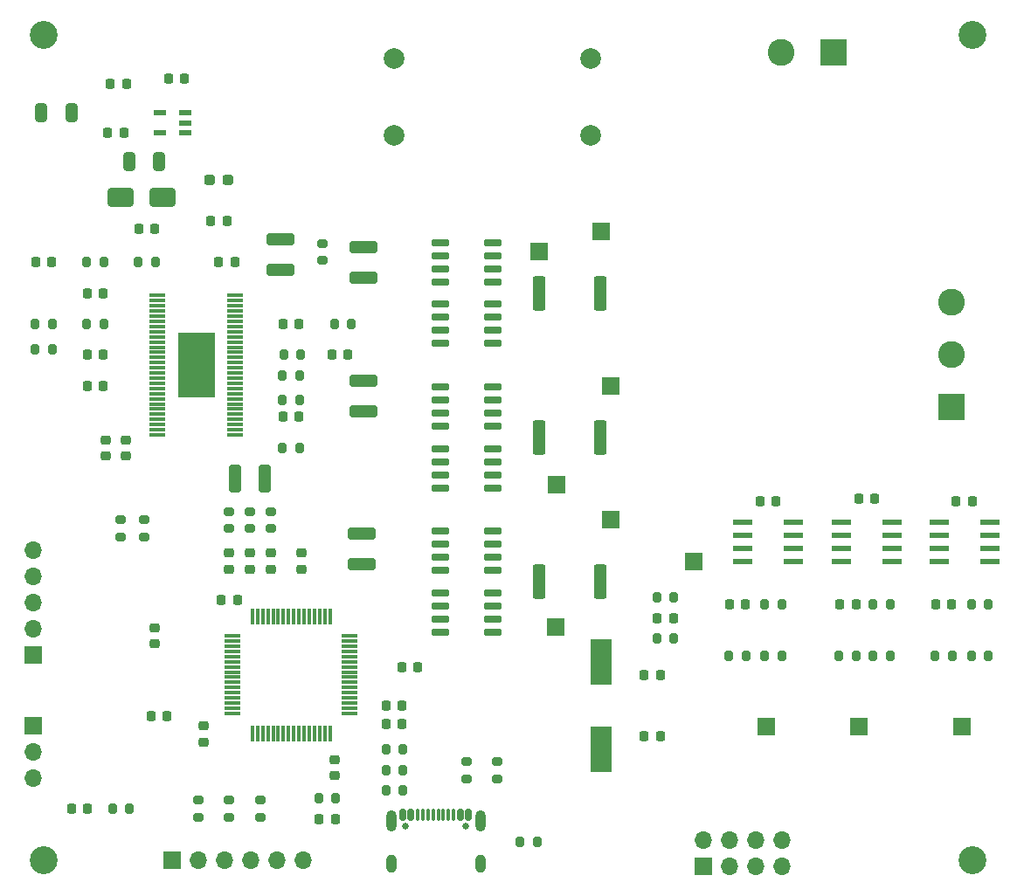
<source format=gbr>
%TF.GenerationSoftware,KiCad,Pcbnew,8.0.2*%
%TF.CreationDate,2024-10-24T11:45:51-03:00*%
%TF.ProjectId,ESCX,45534358-2e6b-4696-9361-645f70636258,rev?*%
%TF.SameCoordinates,Original*%
%TF.FileFunction,Soldermask,Top*%
%TF.FilePolarity,Negative*%
%FSLAX46Y46*%
G04 Gerber Fmt 4.6, Leading zero omitted, Abs format (unit mm)*
G04 Created by KiCad (PCBNEW 8.0.2) date 2024-10-24 11:45:51*
%MOMM*%
%LPD*%
G01*
G04 APERTURE LIST*
G04 Aperture macros list*
%AMRoundRect*
0 Rectangle with rounded corners*
0 $1 Rounding radius*
0 $2 $3 $4 $5 $6 $7 $8 $9 X,Y pos of 4 corners*
0 Add a 4 corners polygon primitive as box body*
4,1,4,$2,$3,$4,$5,$6,$7,$8,$9,$2,$3,0*
0 Add four circle primitives for the rounded corners*
1,1,$1+$1,$2,$3*
1,1,$1+$1,$4,$5*
1,1,$1+$1,$6,$7*
1,1,$1+$1,$8,$9*
0 Add four rect primitives between the rounded corners*
20,1,$1+$1,$2,$3,$4,$5,0*
20,1,$1+$1,$4,$5,$6,$7,0*
20,1,$1+$1,$6,$7,$8,$9,0*
20,1,$1+$1,$8,$9,$2,$3,0*%
G04 Aperture macros list end*
%ADD10RoundRect,0.237500X0.287500X0.237500X-0.287500X0.237500X-0.287500X-0.237500X0.287500X-0.237500X0*%
%ADD11R,2.600000X2.600000*%
%ADD12C,2.600000*%
%ADD13C,2.700000*%
%ADD14RoundRect,0.225000X-0.225000X-0.250000X0.225000X-0.250000X0.225000X0.250000X-0.225000X0.250000X0*%
%ADD15RoundRect,0.200000X0.200000X0.275000X-0.200000X0.275000X-0.200000X-0.275000X0.200000X-0.275000X0*%
%ADD16R,1.700000X1.700000*%
%ADD17RoundRect,0.225000X0.225000X0.250000X-0.225000X0.250000X-0.225000X-0.250000X0.225000X-0.250000X0*%
%ADD18RoundRect,0.200000X-0.275000X0.200000X-0.275000X-0.200000X0.275000X-0.200000X0.275000X0.200000X0*%
%ADD19RoundRect,0.218750X-0.256250X0.218750X-0.256250X-0.218750X0.256250X-0.218750X0.256250X0.218750X0*%
%ADD20O,1.700000X1.700000*%
%ADD21RoundRect,0.200000X0.275000X-0.200000X0.275000X0.200000X-0.275000X0.200000X-0.275000X-0.200000X0*%
%ADD22RoundRect,0.250000X-0.362500X-1.425000X0.362500X-1.425000X0.362500X1.425000X-0.362500X1.425000X0*%
%ADD23RoundRect,0.250000X-1.100000X0.325000X-1.100000X-0.325000X1.100000X-0.325000X1.100000X0.325000X0*%
%ADD24C,2.000000*%
%ADD25RoundRect,0.200000X-0.200000X-0.275000X0.200000X-0.275000X0.200000X0.275000X-0.200000X0.275000X0*%
%ADD26R,1.981200X0.558800*%
%ADD27R,1.550000X0.300000*%
%ADD28R,3.610000X6.350000*%
%ADD29RoundRect,0.225000X-0.250000X0.225000X-0.250000X-0.225000X0.250000X-0.225000X0.250000X0.225000X0*%
%ADD30R,1.270000X0.558800*%
%ADD31RoundRect,0.075000X0.700000X0.075000X-0.700000X0.075000X-0.700000X-0.075000X0.700000X-0.075000X0*%
%ADD32RoundRect,0.075000X0.075000X0.700000X-0.075000X0.700000X-0.075000X-0.700000X0.075000X-0.700000X0*%
%ADD33RoundRect,0.250000X0.325000X0.650000X-0.325000X0.650000X-0.325000X-0.650000X0.325000X-0.650000X0*%
%ADD34RoundRect,0.150000X-0.725000X-0.150000X0.725000X-0.150000X0.725000X0.150000X-0.725000X0.150000X0*%
%ADD35C,0.650000*%
%ADD36RoundRect,0.150000X-0.150000X-0.425000X0.150000X-0.425000X0.150000X0.425000X-0.150000X0.425000X0*%
%ADD37RoundRect,0.075000X-0.075000X-0.500000X0.075000X-0.500000X0.075000X0.500000X-0.075000X0.500000X0*%
%ADD38O,1.000000X2.100000*%
%ADD39O,1.000000X1.800000*%
%ADD40R,2.000000X4.500000*%
%ADD41RoundRect,0.250000X1.000000X0.650000X-1.000000X0.650000X-1.000000X-0.650000X1.000000X-0.650000X0*%
%ADD42RoundRect,0.250000X1.100000X-0.325000X1.100000X0.325000X-1.100000X0.325000X-1.100000X-0.325000X0*%
%ADD43RoundRect,0.225000X0.250000X-0.225000X0.250000X0.225000X-0.250000X0.225000X-0.250000X-0.225000X0*%
%ADD44RoundRect,0.150000X0.725000X0.150000X-0.725000X0.150000X-0.725000X-0.150000X0.725000X-0.150000X0*%
%ADD45RoundRect,0.218750X-0.218750X-0.256250X0.218750X-0.256250X0.218750X0.256250X-0.218750X0.256250X0*%
%ADD46RoundRect,0.218750X0.218750X0.256250X-0.218750X0.256250X-0.218750X-0.256250X0.218750X-0.256250X0*%
%ADD47RoundRect,0.250000X0.325000X1.100000X-0.325000X1.100000X-0.325000X-1.100000X0.325000X-1.100000X0*%
G04 APERTURE END LIST*
D10*
%TO.C,L2*%
X121875000Y-63000000D03*
X120125000Y-63000000D03*
%TD*%
D11*
%TO.C,J4*%
X192000000Y-85080000D03*
D12*
X192000000Y-80000000D03*
X192000000Y-74920000D03*
%TD*%
D13*
%TO.C,H1*%
X104000000Y-49000000D03*
%TD*%
D14*
%TO.C,C4*%
X137225000Y-115750000D03*
X138775000Y-115750000D03*
%TD*%
D15*
%TO.C,R11*%
X175550000Y-109168800D03*
X173900000Y-109168800D03*
%TD*%
D14*
%TO.C,C2*%
X121225000Y-103750000D03*
X122775000Y-103750000D03*
%TD*%
D16*
%TO.C,TP5*%
X158000000Y-68000000D03*
%TD*%
D17*
%TO.C,C53*%
X132275000Y-125000000D03*
X130725000Y-125000000D03*
%TD*%
D18*
%TO.C,R3*%
X126000000Y-95175000D03*
X126000000Y-96825000D03*
%TD*%
D11*
%TO.C,J3*%
X180545000Y-50695000D03*
D12*
X175465000Y-50695000D03*
%TD*%
D16*
%TO.C,TP4*%
X159000000Y-83000000D03*
%TD*%
D19*
%TO.C,D1*%
X122000000Y-99212500D03*
X122000000Y-100787500D03*
%TD*%
D16*
%TO.C,J2*%
X167920000Y-129540000D03*
D20*
X167920000Y-127000000D03*
X170460000Y-129540000D03*
X170460000Y-127000000D03*
X173000000Y-129540000D03*
X173000000Y-127000000D03*
X175540000Y-129540000D03*
X175540000Y-127000000D03*
%TD*%
D15*
%TO.C,R7*%
X109825000Y-77000000D03*
X108175000Y-77000000D03*
%TD*%
%TO.C,R8*%
X114825000Y-71000000D03*
X113175000Y-71000000D03*
%TD*%
D21*
%TO.C,R1*%
X122000000Y-96825000D03*
X122000000Y-95175000D03*
%TD*%
D15*
%TO.C,R25*%
X128925000Y-79925000D03*
X127275000Y-79925000D03*
%TD*%
D14*
%TO.C,C27*%
X131975000Y-80000000D03*
X133525000Y-80000000D03*
%TD*%
D16*
%TO.C,TP7*%
X153700000Y-92600000D03*
%TD*%
D22*
%TO.C,R24*%
X152000000Y-88000000D03*
X157925000Y-88000000D03*
%TD*%
D23*
%TO.C,C48*%
X135000000Y-82525000D03*
X135000000Y-85475000D03*
%TD*%
D15*
%TO.C,R5*%
X104825000Y-77000000D03*
X103175000Y-77000000D03*
%TD*%
%TO.C,R20*%
X133825000Y-77000000D03*
X132175000Y-77000000D03*
%TD*%
D24*
%TO.C,C50*%
X138000000Y-51250000D03*
X138000000Y-58750000D03*
%TD*%
D21*
%TO.C,R2*%
X124000000Y-96825000D03*
X124000000Y-95175000D03*
%TD*%
D25*
%TO.C,R28*%
X163425000Y-107500000D03*
X165075000Y-107500000D03*
%TD*%
%TO.C,R14*%
X190400000Y-109168800D03*
X192050000Y-109168800D03*
%TD*%
D17*
%TO.C,C49*%
X175000000Y-94168800D03*
X173450000Y-94168800D03*
%TD*%
D26*
%TO.C,U7*%
X171761200Y-96263800D03*
X171761200Y-97533800D03*
X171761200Y-98803800D03*
X171761200Y-100073800D03*
X176688800Y-100073800D03*
X176688800Y-98803800D03*
X176688800Y-97533800D03*
X176688800Y-96263800D03*
%TD*%
D17*
%TO.C,C25*%
X122525000Y-71000000D03*
X120975000Y-71000000D03*
%TD*%
D27*
%TO.C,U3*%
X115046600Y-74250000D03*
X115046600Y-74750000D03*
X115046600Y-75250000D03*
X115046600Y-75750000D03*
X115046600Y-76250000D03*
X115046600Y-76750000D03*
X115046600Y-77250000D03*
X115046600Y-77750000D03*
X115046600Y-78250000D03*
X115046600Y-78750000D03*
X115046600Y-79250000D03*
X115046600Y-79750000D03*
X115046600Y-80250000D03*
X115046600Y-80750000D03*
X115046600Y-81250000D03*
X115046600Y-81750000D03*
X115046600Y-82250000D03*
X115046600Y-82750000D03*
X115046600Y-83250000D03*
X115046600Y-83750000D03*
X115046600Y-84250000D03*
X115046600Y-84750000D03*
X115046600Y-85250000D03*
X115046600Y-85750000D03*
X115046600Y-86250000D03*
X115046600Y-86750000D03*
X115046600Y-87250000D03*
X115046600Y-87750000D03*
X122546600Y-87750000D03*
X122546600Y-87250000D03*
X122546600Y-86750000D03*
X122546600Y-86250000D03*
X122546600Y-85750000D03*
X122546600Y-85250000D03*
X122546600Y-84750000D03*
X122546600Y-84250000D03*
X122546600Y-83750000D03*
X122546600Y-83250000D03*
X122546600Y-82750000D03*
X122546600Y-82250000D03*
X122546600Y-81750000D03*
X122546600Y-81250000D03*
X122546600Y-80750000D03*
X122546600Y-80250000D03*
X122546600Y-79750000D03*
X122546600Y-79250000D03*
X122546600Y-78750000D03*
X122546600Y-78250000D03*
X122546600Y-77750000D03*
X122546600Y-77250000D03*
X122546600Y-76750000D03*
X122546600Y-76250000D03*
X122546600Y-75750000D03*
X122546600Y-75250000D03*
X122546600Y-74750000D03*
X122546600Y-74250000D03*
D28*
X118796600Y-81000000D03*
%TD*%
D13*
%TO.C,H3*%
X194000000Y-129000000D03*
%TD*%
D29*
%TO.C,C16*%
X110000000Y-88225000D03*
X110000000Y-89775000D03*
%TD*%
D22*
%TO.C,R18*%
X152037500Y-74000000D03*
X157962500Y-74000000D03*
%TD*%
D30*
%TO.C,U2*%
X117719200Y-58452500D03*
X117719200Y-57500000D03*
X117719200Y-56547500D03*
X115280800Y-56547500D03*
X115280800Y-58452500D03*
%TD*%
D26*
%TO.C,U6*%
X181297400Y-96263800D03*
X181297400Y-97533800D03*
X181297400Y-98803800D03*
X181297400Y-100073800D03*
X186225000Y-100073800D03*
X186225000Y-98803800D03*
X186225000Y-97533800D03*
X186225000Y-96263800D03*
%TD*%
D17*
%TO.C,C12*%
X117675000Y-53250000D03*
X116125000Y-53250000D03*
%TD*%
D31*
%TO.C,U1*%
X133675000Y-114750000D03*
X133675000Y-114250000D03*
X133675000Y-113750000D03*
X133675000Y-113250000D03*
X133675000Y-112750000D03*
X133675000Y-112250000D03*
X133675000Y-111750000D03*
X133675000Y-111250000D03*
X133675000Y-110750000D03*
X133675000Y-110250000D03*
X133675000Y-109750000D03*
X133675000Y-109250000D03*
X133675000Y-108750000D03*
X133675000Y-108250000D03*
X133675000Y-107750000D03*
X133675000Y-107250000D03*
D32*
X131750000Y-105325000D03*
X131250000Y-105325000D03*
X130750000Y-105325000D03*
X130250000Y-105325000D03*
X129750000Y-105325000D03*
X129250000Y-105325000D03*
X128750000Y-105325000D03*
X128250000Y-105325000D03*
X127750000Y-105325000D03*
X127250000Y-105325000D03*
X126750000Y-105325000D03*
X126250000Y-105325000D03*
X125750000Y-105325000D03*
X125250000Y-105325000D03*
X124750000Y-105325000D03*
X124250000Y-105325000D03*
D31*
X122325000Y-107250000D03*
X122325000Y-107750000D03*
X122325000Y-108250000D03*
X122325000Y-108750000D03*
X122325000Y-109250000D03*
X122325000Y-109750000D03*
X122325000Y-110250000D03*
X122325000Y-110750000D03*
X122325000Y-111250000D03*
X122325000Y-111750000D03*
X122325000Y-112250000D03*
X122325000Y-112750000D03*
X122325000Y-113250000D03*
X122325000Y-113750000D03*
X122325000Y-114250000D03*
X122325000Y-114750000D03*
D32*
X124250000Y-116675000D03*
X124750000Y-116675000D03*
X125250000Y-116675000D03*
X125750000Y-116675000D03*
X126250000Y-116675000D03*
X126750000Y-116675000D03*
X127250000Y-116675000D03*
X127750000Y-116675000D03*
X128250000Y-116675000D03*
X128750000Y-116675000D03*
X129250000Y-116675000D03*
X129750000Y-116675000D03*
X130250000Y-116675000D03*
X130750000Y-116675000D03*
X131250000Y-116675000D03*
X131750000Y-116675000D03*
%TD*%
D15*
%TO.C,R23*%
X175550000Y-104168800D03*
X173900000Y-104168800D03*
%TD*%
D14*
%TO.C,C3*%
X114425000Y-115000000D03*
X115975000Y-115000000D03*
%TD*%
D21*
%TO.C,R35*%
X122000000Y-124825000D03*
X122000000Y-123175000D03*
%TD*%
D25*
%TO.C,R4*%
X103175000Y-79500000D03*
X104825000Y-79500000D03*
%TD*%
D18*
%TO.C,R30*%
X113750000Y-96000000D03*
X113750000Y-97650000D03*
%TD*%
D17*
%TO.C,C46*%
X184562050Y-93953800D03*
X183012050Y-93953800D03*
%TD*%
D18*
%TO.C,R19*%
X131000000Y-69175000D03*
X131000000Y-70825000D03*
%TD*%
D33*
%TO.C,C30*%
X115225000Y-61250000D03*
X112275000Y-61250000D03*
%TD*%
D16*
%TO.C,J5*%
X116500000Y-129000000D03*
D20*
X119040000Y-129000000D03*
X121580000Y-129000000D03*
X124120000Y-129000000D03*
X126660000Y-129000000D03*
X129200000Y-129000000D03*
%TD*%
D17*
%TO.C,C29*%
X114775000Y-67750000D03*
X113225000Y-67750000D03*
%TD*%
D34*
%TO.C,Q6*%
X142425000Y-106905000D03*
X147575000Y-103095000D03*
X147575000Y-104365000D03*
X147575000Y-105635000D03*
X147575000Y-106905000D03*
X142425000Y-103095000D03*
X142425000Y-104365000D03*
X142425000Y-105635000D03*
%TD*%
D18*
%TO.C,R38*%
X148000000Y-119425000D03*
X148000000Y-121075000D03*
%TD*%
D16*
%TO.C,J7*%
X103000000Y-115920000D03*
D20*
X103000000Y-118460000D03*
X103000000Y-121000000D03*
%TD*%
D18*
%TO.C,R42*%
X145000000Y-119425000D03*
X145000000Y-121075000D03*
%TD*%
D13*
%TO.C,H4*%
X194000000Y-49000000D03*
%TD*%
D35*
%TO.C,J6*%
X139110000Y-125645000D03*
X144890000Y-125645000D03*
D36*
X138800000Y-124570000D03*
X139600000Y-124570000D03*
D37*
X140750000Y-124570000D03*
X141750000Y-124570000D03*
X142250000Y-124570000D03*
X143250000Y-124570000D03*
D36*
X144400000Y-124570000D03*
X145200000Y-124570000D03*
X145200000Y-124570000D03*
X144400000Y-124570000D03*
D37*
X143750000Y-124570000D03*
X142750000Y-124570000D03*
X141250000Y-124570000D03*
X140250000Y-124570000D03*
D36*
X139600000Y-124570000D03*
X138800000Y-124570000D03*
D38*
X137680000Y-125145000D03*
D39*
X137680000Y-129325000D03*
D38*
X146320000Y-125145000D03*
D39*
X146320000Y-129325000D03*
%TD*%
D23*
%TO.C,C42*%
X135000000Y-69525000D03*
X135000000Y-72475000D03*
%TD*%
D29*
%TO.C,C9*%
X119500000Y-115975000D03*
X119500000Y-117525000D03*
%TD*%
D16*
%TO.C,TP13*%
X174000000Y-116000000D03*
%TD*%
D15*
%TO.C,R32*%
X128825000Y-84400000D03*
X127175000Y-84400000D03*
%TD*%
D16*
%TO.C,TP11*%
X193000000Y-116000000D03*
%TD*%
D17*
%TO.C,C7*%
X163775000Y-111000000D03*
X162225000Y-111000000D03*
%TD*%
D18*
%TO.C,R29*%
X111500000Y-96000000D03*
X111500000Y-97650000D03*
%TD*%
D19*
%TO.C,D3*%
X126000000Y-99212500D03*
X126000000Y-100787500D03*
%TD*%
D40*
%TO.C,X1*%
X158000000Y-109750000D03*
X158000000Y-118250000D03*
%TD*%
D16*
%TO.C,TP6*%
X152000000Y-70000000D03*
%TD*%
D26*
%TO.C,U5*%
X190761200Y-96263800D03*
X190761200Y-97533800D03*
X190761200Y-98803800D03*
X190761200Y-100073800D03*
X195688800Y-100073800D03*
X195688800Y-98803800D03*
X195688800Y-97533800D03*
X195688800Y-96263800D03*
%TD*%
D34*
%TO.C,Q4*%
X142425000Y-92905000D03*
X147575000Y-89095000D03*
X147575000Y-90365000D03*
X147575000Y-91635000D03*
X147575000Y-92905000D03*
X142425000Y-89095000D03*
X142425000Y-90365000D03*
X142425000Y-91635000D03*
%TD*%
D41*
%TO.C,D4*%
X115500000Y-64750000D03*
X111500000Y-64750000D03*
%TD*%
D25*
%TO.C,R12*%
X170400000Y-109168800D03*
X172050000Y-109168800D03*
%TD*%
D15*
%TO.C,R43*%
X151825000Y-127250000D03*
X150175000Y-127250000D03*
%TD*%
D17*
%TO.C,C13*%
X109775000Y-80000000D03*
X108225000Y-80000000D03*
%TD*%
D42*
%TO.C,C28*%
X127000000Y-71725000D03*
X127000000Y-68775000D03*
%TD*%
D22*
%TO.C,R31*%
X152037500Y-102000000D03*
X157962500Y-102000000D03*
%TD*%
D17*
%TO.C,C43*%
X192000000Y-104168800D03*
X190450000Y-104168800D03*
%TD*%
D25*
%TO.C,R13*%
X110675000Y-124000000D03*
X112325000Y-124000000D03*
%TD*%
D29*
%TO.C,C6*%
X114750000Y-106475000D03*
X114750000Y-108025000D03*
%TD*%
D17*
%TO.C,C44*%
X182725000Y-104168800D03*
X181175000Y-104168800D03*
%TD*%
D25*
%TO.C,R39*%
X137175000Y-122250000D03*
X138825000Y-122250000D03*
%TD*%
D43*
%TO.C,C11*%
X129000000Y-100775000D03*
X129000000Y-99225000D03*
%TD*%
D34*
%TO.C,Q2*%
X142425000Y-78905000D03*
X147575000Y-75095000D03*
X147575000Y-76365000D03*
X147575000Y-77635000D03*
X147575000Y-78905000D03*
X142425000Y-75095000D03*
X142425000Y-76365000D03*
X142425000Y-77635000D03*
%TD*%
D14*
%TO.C,C23*%
X127225000Y-77000000D03*
X128775000Y-77000000D03*
%TD*%
D13*
%TO.C,H2*%
X104000000Y-129000000D03*
%TD*%
D14*
%TO.C,C20*%
X110475000Y-53750000D03*
X112025000Y-53750000D03*
%TD*%
D25*
%TO.C,R41*%
X137175000Y-120250000D03*
X138825000Y-120250000D03*
%TD*%
D16*
%TO.C,TP12*%
X183000000Y-116000000D03*
%TD*%
D15*
%TO.C,R9*%
X195550000Y-109168800D03*
X193900000Y-109168800D03*
%TD*%
%TO.C,R22*%
X186050000Y-104168800D03*
X184400000Y-104168800D03*
%TD*%
D14*
%TO.C,C17*%
X108225000Y-74000000D03*
X109775000Y-74000000D03*
%TD*%
D15*
%TO.C,R33*%
X128825000Y-89050000D03*
X127175000Y-89050000D03*
%TD*%
%TO.C,R26*%
X128825000Y-82000000D03*
X127175000Y-82000000D03*
%TD*%
D25*
%TO.C,R6*%
X108175000Y-71000000D03*
X109825000Y-71000000D03*
%TD*%
D23*
%TO.C,C52*%
X134800000Y-97325000D03*
X134800000Y-100275000D03*
%TD*%
D16*
%TO.C,J1*%
X103000000Y-109080000D03*
D20*
X103000000Y-106540000D03*
X103000000Y-104000000D03*
X103000000Y-101460000D03*
X103000000Y-98920000D03*
%TD*%
D44*
%TO.C,Q1*%
X147575000Y-69095000D03*
X142425000Y-72905000D03*
X142425000Y-71635000D03*
X142425000Y-70365000D03*
X142425000Y-69095000D03*
X147575000Y-72905000D03*
X147575000Y-71635000D03*
X147575000Y-70365000D03*
%TD*%
D15*
%TO.C,R37*%
X132325000Y-123000000D03*
X130675000Y-123000000D03*
%TD*%
D19*
%TO.C,D2*%
X124000000Y-99212500D03*
X124000000Y-100787500D03*
%TD*%
D45*
%TO.C,D5*%
X106712500Y-124000000D03*
X108287500Y-124000000D03*
%TD*%
D46*
%TO.C,L1*%
X111787500Y-58500000D03*
X110212500Y-58500000D03*
%TD*%
D44*
%TO.C,Q5*%
X147575000Y-97095000D03*
X142425000Y-100905000D03*
X142425000Y-99635000D03*
X142425000Y-98365000D03*
X142425000Y-97095000D03*
X147575000Y-100905000D03*
X147575000Y-99635000D03*
X147575000Y-98365000D03*
%TD*%
D16*
%TO.C,TP10*%
X167000000Y-100000000D03*
%TD*%
D14*
%TO.C,C15*%
X103225000Y-71000000D03*
X104775000Y-71000000D03*
%TD*%
D25*
%TO.C,R40*%
X137175000Y-118250000D03*
X138825000Y-118250000D03*
%TD*%
D16*
%TO.C,TP8*%
X159000000Y-96000000D03*
%TD*%
D25*
%TO.C,R15*%
X181100000Y-109168800D03*
X182750000Y-109168800D03*
%TD*%
D21*
%TO.C,R36*%
X119000000Y-124825000D03*
X119000000Y-123175000D03*
%TD*%
D14*
%TO.C,C19*%
X108225000Y-83000000D03*
X109775000Y-83000000D03*
%TD*%
D47*
%TO.C,C22*%
X125475000Y-92000000D03*
X122525000Y-92000000D03*
%TD*%
D17*
%TO.C,C1*%
X163775000Y-117000000D03*
X162225000Y-117000000D03*
%TD*%
%TO.C,C45*%
X172000000Y-104168800D03*
X170450000Y-104168800D03*
%TD*%
D29*
%TO.C,C18*%
X112000000Y-88225000D03*
X112000000Y-89775000D03*
%TD*%
D14*
%TO.C,C47*%
X163475000Y-105500000D03*
X165025000Y-105500000D03*
%TD*%
%TO.C,C5*%
X138725000Y-110250000D03*
X140275000Y-110250000D03*
%TD*%
D24*
%TO.C,C51*%
X157000000Y-51250000D03*
X157000000Y-58750000D03*
%TD*%
D17*
%TO.C,C41*%
X194000000Y-94168800D03*
X192450000Y-94168800D03*
%TD*%
%TO.C,C26*%
X121775000Y-67000000D03*
X120225000Y-67000000D03*
%TD*%
D14*
%TO.C,C8*%
X137225000Y-114000000D03*
X138775000Y-114000000D03*
%TD*%
D44*
%TO.C,Q3*%
X147575000Y-83095000D03*
X142425000Y-86905000D03*
X142425000Y-85635000D03*
X142425000Y-84365000D03*
X142425000Y-83095000D03*
X147575000Y-86905000D03*
X147575000Y-85635000D03*
X147575000Y-84365000D03*
%TD*%
D21*
%TO.C,R34*%
X125000000Y-124825000D03*
X125000000Y-123175000D03*
%TD*%
D15*
%TO.C,R27*%
X165075000Y-103500000D03*
X163425000Y-103500000D03*
%TD*%
%TO.C,R21*%
X195550000Y-104168800D03*
X193900000Y-104168800D03*
%TD*%
D16*
%TO.C,TP9*%
X153600000Y-106400000D03*
%TD*%
D29*
%TO.C,C10*%
X132250000Y-119225000D03*
X132250000Y-120775000D03*
%TD*%
D15*
%TO.C,R10*%
X186050000Y-109168800D03*
X184400000Y-109168800D03*
%TD*%
D33*
%TO.C,C21*%
X106725000Y-56500000D03*
X103775000Y-56500000D03*
%TD*%
D14*
%TO.C,C24*%
X127225000Y-86000000D03*
X128775000Y-86000000D03*
%TD*%
M02*

</source>
